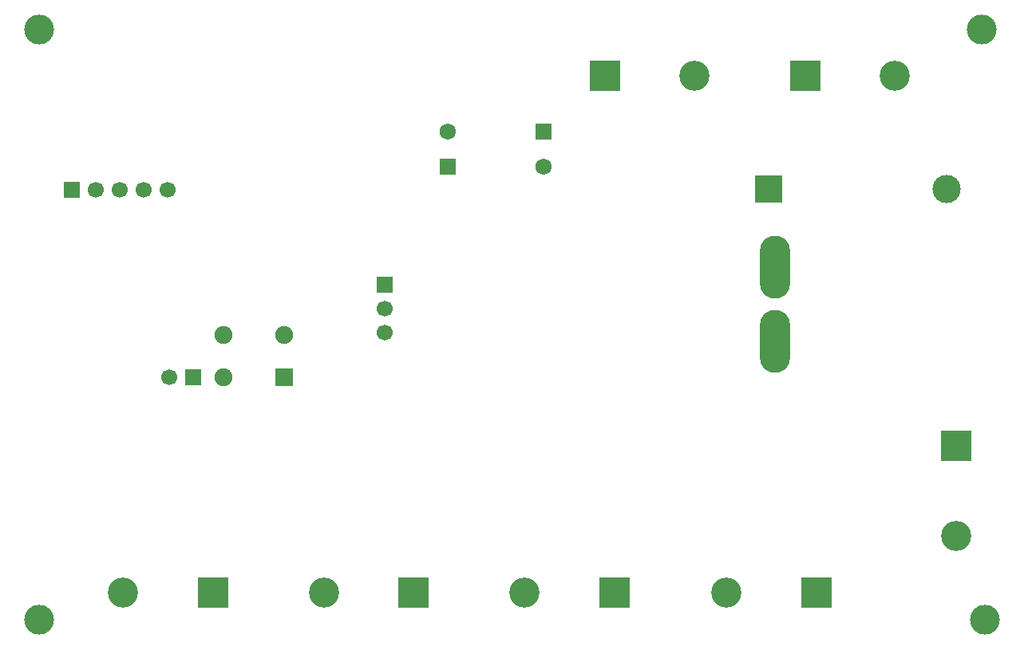
<source format=gbr>
%TF.GenerationSoftware,Novarm,DipTrace,3.3.0.1*%
%TF.CreationDate,2018-11-14T10:14:46-08:00*%
%FSLAX26Y26*%
%MOIN*%
%TF.FileFunction,Soldermask,Bot*%
%TF.Part,Single*%
%ADD70C,0.124803*%
%ADD109C,0.074809*%
%ADD111R,0.074809X0.074809*%
%ADD113O,0.12599X0.263786*%
%ADD115C,0.06788*%
%ADD117R,0.06788X0.06788*%
%ADD121C,0.12599*%
%ADD123R,0.12599X0.12599*%
%ADD127C,0.066935*%
%ADD129R,0.066935X0.066935*%
%ADD131C,0.118116*%
%ADD133R,0.118116X0.118116*%
G75*
G01*
%LPD*%
D133*
X3566928Y2417322D3*
D131*
X4308661D3*
D129*
X1961859Y2018490D3*
D127*
Y1918490D3*
Y1818490D3*
D123*
X2881889Y2889743D3*
D121*
X3256889D3*
D123*
X3718523D3*
D121*
X4093523D3*
D123*
X4347932Y1342991D3*
D121*
Y967991D3*
D123*
X3764251Y730806D3*
D121*
X3389251D3*
D123*
X2921731D3*
D121*
X2546731D3*
D123*
X2083149D3*
D121*
X1708149D3*
D123*
X1244566D3*
D121*
X869566D3*
D117*
X2224409Y2509842D3*
D115*
X2624409D3*
D117*
X2624015Y2657480D3*
D115*
X2224015D3*
D129*
X656751Y2415460D3*
D127*
X756751D3*
X856751D3*
X956751D3*
X1056751D3*
D113*
X3590550Y2090550D3*
Y1779527D3*
D129*
X1161860Y1631031D3*
D127*
X1061860D3*
D111*
X1543109D3*
D109*
Y1808196D3*
X1287204D3*
Y1631031D3*
D70*
X4456692Y3082676D3*
X519684D3*
X4468503Y618109D3*
X519684D3*
M02*

</source>
